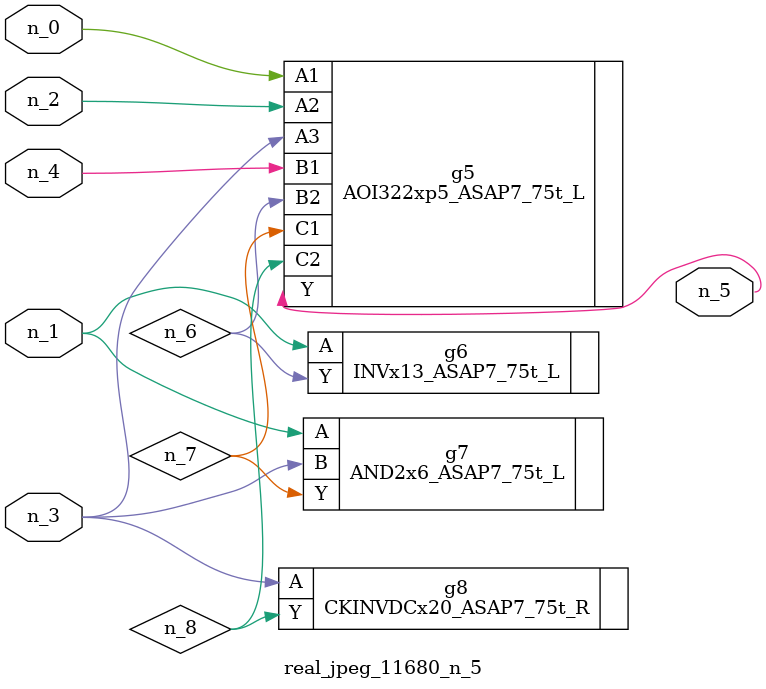
<source format=v>
module real_jpeg_11680_n_5 (n_4, n_0, n_1, n_2, n_3, n_5);

input n_4;
input n_0;
input n_1;
input n_2;
input n_3;

output n_5;

wire n_8;
wire n_6;
wire n_7;

AOI322xp5_ASAP7_75t_L g5 ( 
.A1(n_0),
.A2(n_2),
.A3(n_3),
.B1(n_4),
.B2(n_6),
.C1(n_7),
.C2(n_8),
.Y(n_5)
);

INVx13_ASAP7_75t_L g6 ( 
.A(n_1),
.Y(n_6)
);

AND2x6_ASAP7_75t_L g7 ( 
.A(n_1),
.B(n_3),
.Y(n_7)
);

CKINVDCx20_ASAP7_75t_R g8 ( 
.A(n_3),
.Y(n_8)
);


endmodule
</source>
